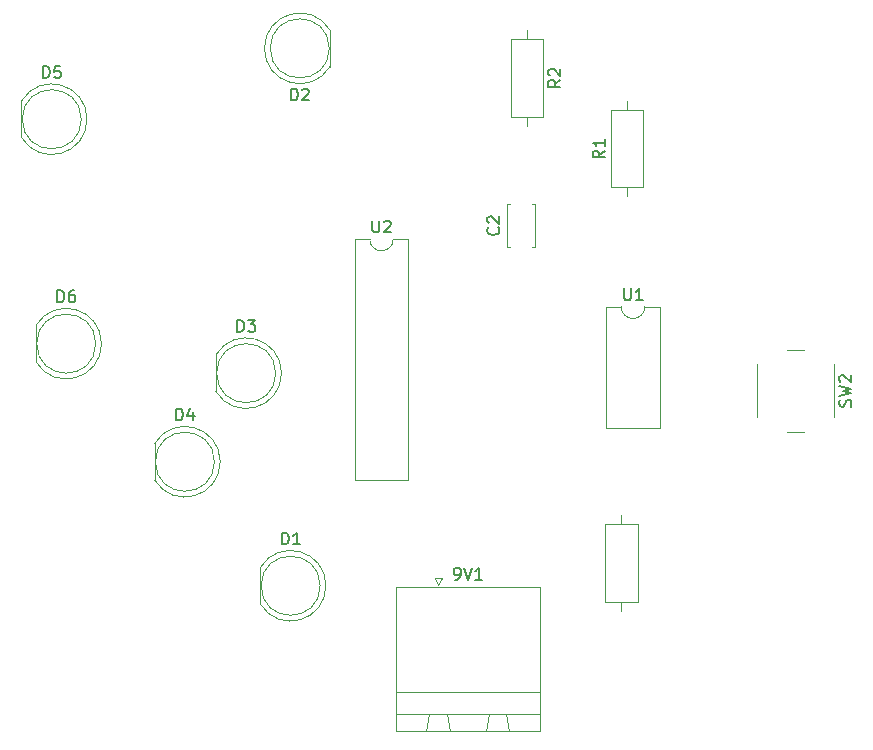
<source format=gbr>
%TF.GenerationSoftware,KiCad,Pcbnew,8.0.5*%
%TF.CreationDate,2024-09-28T21:24:11+05:30*%
%TF.ProjectId,555 DICE,35353520-4449-4434-952e-6b696361645f,rev?*%
%TF.SameCoordinates,Original*%
%TF.FileFunction,Legend,Top*%
%TF.FilePolarity,Positive*%
%FSLAX46Y46*%
G04 Gerber Fmt 4.6, Leading zero omitted, Abs format (unit mm)*
G04 Created by KiCad (PCBNEW 8.0.5) date 2024-09-28 21:24:11*
%MOMM*%
%LPD*%
G01*
G04 APERTURE LIST*
%ADD10C,0.150000*%
%ADD11C,0.120000*%
G04 APERTURE END LIST*
D10*
X68928095Y-69584819D02*
X68928095Y-70394342D01*
X68928095Y-70394342D02*
X68975714Y-70489580D01*
X68975714Y-70489580D02*
X69023333Y-70537200D01*
X69023333Y-70537200D02*
X69118571Y-70584819D01*
X69118571Y-70584819D02*
X69309047Y-70584819D01*
X69309047Y-70584819D02*
X69404285Y-70537200D01*
X69404285Y-70537200D02*
X69451904Y-70489580D01*
X69451904Y-70489580D02*
X69499523Y-70394342D01*
X69499523Y-70394342D02*
X69499523Y-69584819D01*
X69928095Y-69680057D02*
X69975714Y-69632438D01*
X69975714Y-69632438D02*
X70070952Y-69584819D01*
X70070952Y-69584819D02*
X70309047Y-69584819D01*
X70309047Y-69584819D02*
X70404285Y-69632438D01*
X70404285Y-69632438D02*
X70451904Y-69680057D01*
X70451904Y-69680057D02*
X70499523Y-69775295D01*
X70499523Y-69775295D02*
X70499523Y-69870533D01*
X70499523Y-69870533D02*
X70451904Y-70013390D01*
X70451904Y-70013390D02*
X69880476Y-70584819D01*
X69880476Y-70584819D02*
X70499523Y-70584819D01*
X90223095Y-75324819D02*
X90223095Y-76134342D01*
X90223095Y-76134342D02*
X90270714Y-76229580D01*
X90270714Y-76229580D02*
X90318333Y-76277200D01*
X90318333Y-76277200D02*
X90413571Y-76324819D01*
X90413571Y-76324819D02*
X90604047Y-76324819D01*
X90604047Y-76324819D02*
X90699285Y-76277200D01*
X90699285Y-76277200D02*
X90746904Y-76229580D01*
X90746904Y-76229580D02*
X90794523Y-76134342D01*
X90794523Y-76134342D02*
X90794523Y-75324819D01*
X91794523Y-76324819D02*
X91223095Y-76324819D01*
X91508809Y-76324819D02*
X91508809Y-75324819D01*
X91508809Y-75324819D02*
X91413571Y-75467676D01*
X91413571Y-75467676D02*
X91318333Y-75562914D01*
X91318333Y-75562914D02*
X91223095Y-75610533D01*
X109407200Y-85333332D02*
X109454819Y-85190475D01*
X109454819Y-85190475D02*
X109454819Y-84952380D01*
X109454819Y-84952380D02*
X109407200Y-84857142D01*
X109407200Y-84857142D02*
X109359580Y-84809523D01*
X109359580Y-84809523D02*
X109264342Y-84761904D01*
X109264342Y-84761904D02*
X109169104Y-84761904D01*
X109169104Y-84761904D02*
X109073866Y-84809523D01*
X109073866Y-84809523D02*
X109026247Y-84857142D01*
X109026247Y-84857142D02*
X108978628Y-84952380D01*
X108978628Y-84952380D02*
X108931009Y-85142856D01*
X108931009Y-85142856D02*
X108883390Y-85238094D01*
X108883390Y-85238094D02*
X108835771Y-85285713D01*
X108835771Y-85285713D02*
X108740533Y-85333332D01*
X108740533Y-85333332D02*
X108645295Y-85333332D01*
X108645295Y-85333332D02*
X108550057Y-85285713D01*
X108550057Y-85285713D02*
X108502438Y-85238094D01*
X108502438Y-85238094D02*
X108454819Y-85142856D01*
X108454819Y-85142856D02*
X108454819Y-84904761D01*
X108454819Y-84904761D02*
X108502438Y-84761904D01*
X108454819Y-84428570D02*
X109454819Y-84190475D01*
X109454819Y-84190475D02*
X108740533Y-83999999D01*
X108740533Y-83999999D02*
X109454819Y-83809523D01*
X109454819Y-83809523D02*
X108454819Y-83571428D01*
X108550057Y-83238094D02*
X108502438Y-83190475D01*
X108502438Y-83190475D02*
X108454819Y-83095237D01*
X108454819Y-83095237D02*
X108454819Y-82857142D01*
X108454819Y-82857142D02*
X108502438Y-82761904D01*
X108502438Y-82761904D02*
X108550057Y-82714285D01*
X108550057Y-82714285D02*
X108645295Y-82666666D01*
X108645295Y-82666666D02*
X108740533Y-82666666D01*
X108740533Y-82666666D02*
X108883390Y-82714285D01*
X108883390Y-82714285D02*
X109454819Y-83285713D01*
X109454819Y-83285713D02*
X109454819Y-82666666D01*
X84824819Y-57666666D02*
X84348628Y-57999999D01*
X84824819Y-58238094D02*
X83824819Y-58238094D01*
X83824819Y-58238094D02*
X83824819Y-57857142D01*
X83824819Y-57857142D02*
X83872438Y-57761904D01*
X83872438Y-57761904D02*
X83920057Y-57714285D01*
X83920057Y-57714285D02*
X84015295Y-57666666D01*
X84015295Y-57666666D02*
X84158152Y-57666666D01*
X84158152Y-57666666D02*
X84253390Y-57714285D01*
X84253390Y-57714285D02*
X84301009Y-57761904D01*
X84301009Y-57761904D02*
X84348628Y-57857142D01*
X84348628Y-57857142D02*
X84348628Y-58238094D01*
X83920057Y-57285713D02*
X83872438Y-57238094D01*
X83872438Y-57238094D02*
X83824819Y-57142856D01*
X83824819Y-57142856D02*
X83824819Y-56904761D01*
X83824819Y-56904761D02*
X83872438Y-56809523D01*
X83872438Y-56809523D02*
X83920057Y-56761904D01*
X83920057Y-56761904D02*
X84015295Y-56714285D01*
X84015295Y-56714285D02*
X84110533Y-56714285D01*
X84110533Y-56714285D02*
X84253390Y-56761904D01*
X84253390Y-56761904D02*
X84824819Y-57333332D01*
X84824819Y-57333332D02*
X84824819Y-56714285D01*
X88584819Y-63666666D02*
X88108628Y-63999999D01*
X88584819Y-64238094D02*
X87584819Y-64238094D01*
X87584819Y-64238094D02*
X87584819Y-63857142D01*
X87584819Y-63857142D02*
X87632438Y-63761904D01*
X87632438Y-63761904D02*
X87680057Y-63714285D01*
X87680057Y-63714285D02*
X87775295Y-63666666D01*
X87775295Y-63666666D02*
X87918152Y-63666666D01*
X87918152Y-63666666D02*
X88013390Y-63714285D01*
X88013390Y-63714285D02*
X88061009Y-63761904D01*
X88061009Y-63761904D02*
X88108628Y-63857142D01*
X88108628Y-63857142D02*
X88108628Y-64238094D01*
X88584819Y-62714285D02*
X88584819Y-63285713D01*
X88584819Y-62999999D02*
X87584819Y-62999999D01*
X87584819Y-62999999D02*
X87727676Y-63095237D01*
X87727676Y-63095237D02*
X87822914Y-63190475D01*
X87822914Y-63190475D02*
X87870533Y-63285713D01*
X42256905Y-76494819D02*
X42256905Y-75494819D01*
X42256905Y-75494819D02*
X42495000Y-75494819D01*
X42495000Y-75494819D02*
X42637857Y-75542438D01*
X42637857Y-75542438D02*
X42733095Y-75637676D01*
X42733095Y-75637676D02*
X42780714Y-75732914D01*
X42780714Y-75732914D02*
X42828333Y-75923390D01*
X42828333Y-75923390D02*
X42828333Y-76066247D01*
X42828333Y-76066247D02*
X42780714Y-76256723D01*
X42780714Y-76256723D02*
X42733095Y-76351961D01*
X42733095Y-76351961D02*
X42637857Y-76447200D01*
X42637857Y-76447200D02*
X42495000Y-76494819D01*
X42495000Y-76494819D02*
X42256905Y-76494819D01*
X43685476Y-75494819D02*
X43495000Y-75494819D01*
X43495000Y-75494819D02*
X43399762Y-75542438D01*
X43399762Y-75542438D02*
X43352143Y-75590057D01*
X43352143Y-75590057D02*
X43256905Y-75732914D01*
X43256905Y-75732914D02*
X43209286Y-75923390D01*
X43209286Y-75923390D02*
X43209286Y-76304342D01*
X43209286Y-76304342D02*
X43256905Y-76399580D01*
X43256905Y-76399580D02*
X43304524Y-76447200D01*
X43304524Y-76447200D02*
X43399762Y-76494819D01*
X43399762Y-76494819D02*
X43590238Y-76494819D01*
X43590238Y-76494819D02*
X43685476Y-76447200D01*
X43685476Y-76447200D02*
X43733095Y-76399580D01*
X43733095Y-76399580D02*
X43780714Y-76304342D01*
X43780714Y-76304342D02*
X43780714Y-76066247D01*
X43780714Y-76066247D02*
X43733095Y-75971009D01*
X43733095Y-75971009D02*
X43685476Y-75923390D01*
X43685476Y-75923390D02*
X43590238Y-75875771D01*
X43590238Y-75875771D02*
X43399762Y-75875771D01*
X43399762Y-75875771D02*
X43304524Y-75923390D01*
X43304524Y-75923390D02*
X43256905Y-75971009D01*
X43256905Y-75971009D02*
X43209286Y-76066247D01*
X41031905Y-57494819D02*
X41031905Y-56494819D01*
X41031905Y-56494819D02*
X41270000Y-56494819D01*
X41270000Y-56494819D02*
X41412857Y-56542438D01*
X41412857Y-56542438D02*
X41508095Y-56637676D01*
X41508095Y-56637676D02*
X41555714Y-56732914D01*
X41555714Y-56732914D02*
X41603333Y-56923390D01*
X41603333Y-56923390D02*
X41603333Y-57066247D01*
X41603333Y-57066247D02*
X41555714Y-57256723D01*
X41555714Y-57256723D02*
X41508095Y-57351961D01*
X41508095Y-57351961D02*
X41412857Y-57447200D01*
X41412857Y-57447200D02*
X41270000Y-57494819D01*
X41270000Y-57494819D02*
X41031905Y-57494819D01*
X42508095Y-56494819D02*
X42031905Y-56494819D01*
X42031905Y-56494819D02*
X41984286Y-56971009D01*
X41984286Y-56971009D02*
X42031905Y-56923390D01*
X42031905Y-56923390D02*
X42127143Y-56875771D01*
X42127143Y-56875771D02*
X42365238Y-56875771D01*
X42365238Y-56875771D02*
X42460476Y-56923390D01*
X42460476Y-56923390D02*
X42508095Y-56971009D01*
X42508095Y-56971009D02*
X42555714Y-57066247D01*
X42555714Y-57066247D02*
X42555714Y-57304342D01*
X42555714Y-57304342D02*
X42508095Y-57399580D01*
X42508095Y-57399580D02*
X42460476Y-57447200D01*
X42460476Y-57447200D02*
X42365238Y-57494819D01*
X42365238Y-57494819D02*
X42127143Y-57494819D01*
X42127143Y-57494819D02*
X42031905Y-57447200D01*
X42031905Y-57447200D02*
X41984286Y-57399580D01*
X52306905Y-86494819D02*
X52306905Y-85494819D01*
X52306905Y-85494819D02*
X52545000Y-85494819D01*
X52545000Y-85494819D02*
X52687857Y-85542438D01*
X52687857Y-85542438D02*
X52783095Y-85637676D01*
X52783095Y-85637676D02*
X52830714Y-85732914D01*
X52830714Y-85732914D02*
X52878333Y-85923390D01*
X52878333Y-85923390D02*
X52878333Y-86066247D01*
X52878333Y-86066247D02*
X52830714Y-86256723D01*
X52830714Y-86256723D02*
X52783095Y-86351961D01*
X52783095Y-86351961D02*
X52687857Y-86447200D01*
X52687857Y-86447200D02*
X52545000Y-86494819D01*
X52545000Y-86494819D02*
X52306905Y-86494819D01*
X53735476Y-85828152D02*
X53735476Y-86494819D01*
X53497381Y-85447200D02*
X53259286Y-86161485D01*
X53259286Y-86161485D02*
X53878333Y-86161485D01*
X57491905Y-78994819D02*
X57491905Y-77994819D01*
X57491905Y-77994819D02*
X57730000Y-77994819D01*
X57730000Y-77994819D02*
X57872857Y-78042438D01*
X57872857Y-78042438D02*
X57968095Y-78137676D01*
X57968095Y-78137676D02*
X58015714Y-78232914D01*
X58015714Y-78232914D02*
X58063333Y-78423390D01*
X58063333Y-78423390D02*
X58063333Y-78566247D01*
X58063333Y-78566247D02*
X58015714Y-78756723D01*
X58015714Y-78756723D02*
X57968095Y-78851961D01*
X57968095Y-78851961D02*
X57872857Y-78947200D01*
X57872857Y-78947200D02*
X57730000Y-78994819D01*
X57730000Y-78994819D02*
X57491905Y-78994819D01*
X58396667Y-77994819D02*
X59015714Y-77994819D01*
X59015714Y-77994819D02*
X58682381Y-78375771D01*
X58682381Y-78375771D02*
X58825238Y-78375771D01*
X58825238Y-78375771D02*
X58920476Y-78423390D01*
X58920476Y-78423390D02*
X58968095Y-78471009D01*
X58968095Y-78471009D02*
X59015714Y-78566247D01*
X59015714Y-78566247D02*
X59015714Y-78804342D01*
X59015714Y-78804342D02*
X58968095Y-78899580D01*
X58968095Y-78899580D02*
X58920476Y-78947200D01*
X58920476Y-78947200D02*
X58825238Y-78994819D01*
X58825238Y-78994819D02*
X58539524Y-78994819D01*
X58539524Y-78994819D02*
X58444286Y-78947200D01*
X58444286Y-78947200D02*
X58396667Y-78899580D01*
X62031905Y-59414819D02*
X62031905Y-58414819D01*
X62031905Y-58414819D02*
X62270000Y-58414819D01*
X62270000Y-58414819D02*
X62412857Y-58462438D01*
X62412857Y-58462438D02*
X62508095Y-58557676D01*
X62508095Y-58557676D02*
X62555714Y-58652914D01*
X62555714Y-58652914D02*
X62603333Y-58843390D01*
X62603333Y-58843390D02*
X62603333Y-58986247D01*
X62603333Y-58986247D02*
X62555714Y-59176723D01*
X62555714Y-59176723D02*
X62508095Y-59271961D01*
X62508095Y-59271961D02*
X62412857Y-59367200D01*
X62412857Y-59367200D02*
X62270000Y-59414819D01*
X62270000Y-59414819D02*
X62031905Y-59414819D01*
X62984286Y-58510057D02*
X63031905Y-58462438D01*
X63031905Y-58462438D02*
X63127143Y-58414819D01*
X63127143Y-58414819D02*
X63365238Y-58414819D01*
X63365238Y-58414819D02*
X63460476Y-58462438D01*
X63460476Y-58462438D02*
X63508095Y-58510057D01*
X63508095Y-58510057D02*
X63555714Y-58605295D01*
X63555714Y-58605295D02*
X63555714Y-58700533D01*
X63555714Y-58700533D02*
X63508095Y-58843390D01*
X63508095Y-58843390D02*
X62936667Y-59414819D01*
X62936667Y-59414819D02*
X63555714Y-59414819D01*
X61256905Y-96994819D02*
X61256905Y-95994819D01*
X61256905Y-95994819D02*
X61495000Y-95994819D01*
X61495000Y-95994819D02*
X61637857Y-96042438D01*
X61637857Y-96042438D02*
X61733095Y-96137676D01*
X61733095Y-96137676D02*
X61780714Y-96232914D01*
X61780714Y-96232914D02*
X61828333Y-96423390D01*
X61828333Y-96423390D02*
X61828333Y-96566247D01*
X61828333Y-96566247D02*
X61780714Y-96756723D01*
X61780714Y-96756723D02*
X61733095Y-96851961D01*
X61733095Y-96851961D02*
X61637857Y-96947200D01*
X61637857Y-96947200D02*
X61495000Y-96994819D01*
X61495000Y-96994819D02*
X61256905Y-96994819D01*
X62780714Y-96994819D02*
X62209286Y-96994819D01*
X62495000Y-96994819D02*
X62495000Y-95994819D01*
X62495000Y-95994819D02*
X62399762Y-96137676D01*
X62399762Y-96137676D02*
X62304524Y-96232914D01*
X62304524Y-96232914D02*
X62209286Y-96280533D01*
X79559580Y-70166666D02*
X79607200Y-70214285D01*
X79607200Y-70214285D02*
X79654819Y-70357142D01*
X79654819Y-70357142D02*
X79654819Y-70452380D01*
X79654819Y-70452380D02*
X79607200Y-70595237D01*
X79607200Y-70595237D02*
X79511961Y-70690475D01*
X79511961Y-70690475D02*
X79416723Y-70738094D01*
X79416723Y-70738094D02*
X79226247Y-70785713D01*
X79226247Y-70785713D02*
X79083390Y-70785713D01*
X79083390Y-70785713D02*
X78892914Y-70738094D01*
X78892914Y-70738094D02*
X78797676Y-70690475D01*
X78797676Y-70690475D02*
X78702438Y-70595237D01*
X78702438Y-70595237D02*
X78654819Y-70452380D01*
X78654819Y-70452380D02*
X78654819Y-70357142D01*
X78654819Y-70357142D02*
X78702438Y-70214285D01*
X78702438Y-70214285D02*
X78750057Y-70166666D01*
X78750057Y-69785713D02*
X78702438Y-69738094D01*
X78702438Y-69738094D02*
X78654819Y-69642856D01*
X78654819Y-69642856D02*
X78654819Y-69404761D01*
X78654819Y-69404761D02*
X78702438Y-69309523D01*
X78702438Y-69309523D02*
X78750057Y-69261904D01*
X78750057Y-69261904D02*
X78845295Y-69214285D01*
X78845295Y-69214285D02*
X78940533Y-69214285D01*
X78940533Y-69214285D02*
X79083390Y-69261904D01*
X79083390Y-69261904D02*
X79654819Y-69833332D01*
X79654819Y-69833332D02*
X79654819Y-69214285D01*
X75904762Y-99977319D02*
X76095238Y-99977319D01*
X76095238Y-99977319D02*
X76190476Y-99929700D01*
X76190476Y-99929700D02*
X76238095Y-99882080D01*
X76238095Y-99882080D02*
X76333333Y-99739223D01*
X76333333Y-99739223D02*
X76380952Y-99548747D01*
X76380952Y-99548747D02*
X76380952Y-99167795D01*
X76380952Y-99167795D02*
X76333333Y-99072557D01*
X76333333Y-99072557D02*
X76285714Y-99024938D01*
X76285714Y-99024938D02*
X76190476Y-98977319D01*
X76190476Y-98977319D02*
X76000000Y-98977319D01*
X76000000Y-98977319D02*
X75904762Y-99024938D01*
X75904762Y-99024938D02*
X75857143Y-99072557D01*
X75857143Y-99072557D02*
X75809524Y-99167795D01*
X75809524Y-99167795D02*
X75809524Y-99405890D01*
X75809524Y-99405890D02*
X75857143Y-99501128D01*
X75857143Y-99501128D02*
X75904762Y-99548747D01*
X75904762Y-99548747D02*
X76000000Y-99596366D01*
X76000000Y-99596366D02*
X76190476Y-99596366D01*
X76190476Y-99596366D02*
X76285714Y-99548747D01*
X76285714Y-99548747D02*
X76333333Y-99501128D01*
X76333333Y-99501128D02*
X76380952Y-99405890D01*
X76666667Y-98977319D02*
X77000000Y-99977319D01*
X77000000Y-99977319D02*
X77333333Y-98977319D01*
X78190476Y-99977319D02*
X77619048Y-99977319D01*
X77904762Y-99977319D02*
X77904762Y-98977319D01*
X77904762Y-98977319D02*
X77809524Y-99120176D01*
X77809524Y-99120176D02*
X77714286Y-99215414D01*
X77714286Y-99215414D02*
X77619048Y-99263033D01*
D11*
%TO.C,U2*%
X67440000Y-71130000D02*
X67440000Y-91570000D01*
X67440000Y-91570000D02*
X71940000Y-91570000D01*
X68690000Y-71130000D02*
X67440000Y-71130000D01*
X71940000Y-71130000D02*
X70690000Y-71130000D01*
X71940000Y-91570000D02*
X71940000Y-71130000D01*
X70690000Y-71130000D02*
G75*
G02*
X68690000Y-71130000I-1000000J0D01*
G01*
%TO.C,U1*%
X88735000Y-76870000D02*
X88735000Y-87150000D01*
X88735000Y-87150000D02*
X93235000Y-87150000D01*
X89985000Y-76870000D02*
X88735000Y-76870000D01*
X93235000Y-76870000D02*
X91985000Y-76870000D01*
X93235000Y-87150000D02*
X93235000Y-76870000D01*
X91985000Y-76870000D02*
G75*
G02*
X89985000Y-76870000I-1000000J0D01*
G01*
%TO.C,SW2*%
X105500000Y-80500000D02*
X104000000Y-80500000D01*
X101500000Y-81750000D02*
X101500000Y-86250000D01*
X108000000Y-86250000D02*
X108000000Y-81750000D01*
X104000000Y-87500000D02*
X105500000Y-87500000D01*
%TO.C,R3*%
X90000000Y-94540000D02*
X90000000Y-95310000D01*
X91370000Y-95310000D02*
X88630000Y-95310000D01*
X88630000Y-95310000D02*
X88630000Y-101850000D01*
X91370000Y-101850000D02*
X91370000Y-95310000D01*
X88630000Y-101850000D02*
X91370000Y-101850000D01*
X90000000Y-102620000D02*
X90000000Y-101850000D01*
%TO.C,R2*%
X82000000Y-53460000D02*
X82000000Y-54230000D01*
X83370000Y-54230000D02*
X80630000Y-54230000D01*
X80630000Y-54230000D02*
X80630000Y-60770000D01*
X83370000Y-60770000D02*
X83370000Y-54230000D01*
X80630000Y-60770000D02*
X83370000Y-60770000D01*
X82000000Y-61540000D02*
X82000000Y-60770000D01*
%TO.C,R1*%
X90500000Y-67540000D02*
X90500000Y-66770000D01*
X89130000Y-66770000D02*
X91870000Y-66770000D01*
X91870000Y-66770000D02*
X91870000Y-60230000D01*
X89130000Y-60230000D02*
X89130000Y-66770000D01*
X91870000Y-60230000D02*
X89130000Y-60230000D01*
X90500000Y-59460000D02*
X90500000Y-60230000D01*
%TO.C,D6*%
X40435000Y-78455000D02*
X40435000Y-81545000D01*
X40435000Y-78455170D02*
G75*
G02*
X45985000Y-80000462I2560000J-1544830D01*
G01*
X45985000Y-79999538D02*
G75*
G02*
X40435000Y-81544830I-2990000J-462D01*
G01*
X45495000Y-80000000D02*
G75*
G02*
X40495000Y-80000000I-2500000J0D01*
G01*
X40495000Y-80000000D02*
G75*
G02*
X45495000Y-80000000I2500000J0D01*
G01*
%TO.C,D5*%
X39210000Y-59455000D02*
X39210000Y-62545000D01*
X39210000Y-59455170D02*
G75*
G02*
X44760000Y-61000462I2560000J-1544830D01*
G01*
X44760000Y-60999538D02*
G75*
G02*
X39210000Y-62544830I-2990000J-462D01*
G01*
X44270000Y-61000000D02*
G75*
G02*
X39270000Y-61000000I-2500000J0D01*
G01*
X39270000Y-61000000D02*
G75*
G02*
X44270000Y-61000000I2500000J0D01*
G01*
%TO.C,D4*%
X50485000Y-88455000D02*
X50485000Y-91545000D01*
X50485000Y-88455170D02*
G75*
G02*
X56035000Y-90000462I2560000J-1544830D01*
G01*
X56035000Y-89999538D02*
G75*
G02*
X50485000Y-91544830I-2990000J-462D01*
G01*
X55545000Y-90000000D02*
G75*
G02*
X50545000Y-90000000I-2500000J0D01*
G01*
X50545000Y-90000000D02*
G75*
G02*
X55545000Y-90000000I2500000J0D01*
G01*
%TO.C,D3*%
X55670000Y-80955000D02*
X55670000Y-84045000D01*
X55670000Y-80955170D02*
G75*
G02*
X61220000Y-82500462I2560000J-1544830D01*
G01*
X61220000Y-82499538D02*
G75*
G02*
X55670000Y-84044830I-2990000J-462D01*
G01*
X60730000Y-82500000D02*
G75*
G02*
X55730000Y-82500000I-2500000J0D01*
G01*
X55730000Y-82500000D02*
G75*
G02*
X60730000Y-82500000I2500000J0D01*
G01*
%TO.C,D2*%
X65330000Y-56545000D02*
X65330000Y-53455000D01*
X65330000Y-56544830D02*
G75*
G02*
X59780000Y-54999538I-2560000J1544830D01*
G01*
X59780000Y-55000462D02*
G75*
G02*
X65330000Y-53455170I2990000J462D01*
G01*
X65270000Y-55000000D02*
G75*
G02*
X60270000Y-55000000I-2500000J0D01*
G01*
X60270000Y-55000000D02*
G75*
G02*
X65270000Y-55000000I2500000J0D01*
G01*
%TO.C,D1*%
X59435000Y-98955000D02*
X59435000Y-102045000D01*
X59435000Y-98955170D02*
G75*
G02*
X64985000Y-100500462I2560000J-1544830D01*
G01*
X64985000Y-100499538D02*
G75*
G02*
X59435000Y-102044830I-2990000J-462D01*
G01*
X64495000Y-100500000D02*
G75*
G02*
X59495000Y-100500000I-2500000J0D01*
G01*
X59495000Y-100500000D02*
G75*
G02*
X64495000Y-100500000I2500000J0D01*
G01*
%TO.C,C2*%
X80330000Y-71820000D02*
X80575000Y-71820000D01*
X80330000Y-71820000D02*
X80330000Y-68180000D01*
X82425000Y-71820000D02*
X82670000Y-71820000D01*
X82670000Y-71820000D02*
X82670000Y-68180000D01*
X80330000Y-68180000D02*
X80575000Y-68180000D01*
X82425000Y-68180000D02*
X82670000Y-68180000D01*
%TO.C,9V1*%
X70890000Y-100612500D02*
X70890000Y-112832500D01*
X70890000Y-109532500D02*
X83110000Y-109532500D01*
X70890000Y-111332500D02*
X70890000Y-109532500D01*
X70890000Y-112832500D02*
X83110000Y-112832500D01*
X73500000Y-112832500D02*
X75500000Y-112832500D01*
X73750000Y-111332500D02*
X73500000Y-112832500D01*
X74200000Y-99812500D02*
X74800000Y-99812500D01*
X74500000Y-100412500D02*
X74200000Y-99812500D01*
X74800000Y-99812500D02*
X74500000Y-100412500D01*
X75250000Y-111332500D02*
X73750000Y-111332500D01*
X75500000Y-112832500D02*
X75250000Y-111332500D01*
X78500000Y-112832500D02*
X80500000Y-112832500D01*
X78750000Y-111332500D02*
X78500000Y-112832500D01*
X80250000Y-111332500D02*
X78750000Y-111332500D01*
X80500000Y-112832500D02*
X80250000Y-111332500D01*
X83110000Y-100612500D02*
X70890000Y-100612500D01*
X83110000Y-109532500D02*
X83110000Y-111332500D01*
X83110000Y-111332500D02*
X70890000Y-111332500D01*
X83110000Y-112832500D02*
X83110000Y-100612500D01*
%TD*%
M02*

</source>
